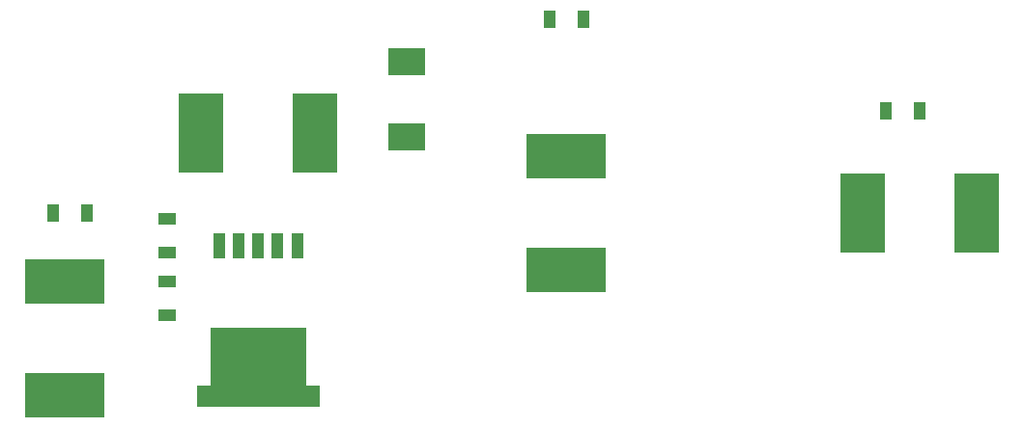
<source format=gbr>
%TF.GenerationSoftware,Altium Limited,Altium Designer,22.4.2 (48)*%
G04 Layer_Color=8421504*
%FSLAX45Y45*%
%MOMM*%
%TF.SameCoordinates,24D30104-F170-4498-80AD-2BAA9A99EF50*%
%TF.FilePolarity,Positive*%
%TF.FileFunction,Paste,Top*%
%TF.Part,Single*%
G01*
G75*
%TA.AperFunction,SMDPad,CuDef*%
%ADD10R,7.00000X4.00000*%
%ADD11R,1.00000X1.60000*%
%ADD12R,1.60000X1.00000*%
%ADD13R,4.00000X7.00000*%
%ADD14C,6.29100*%
%ADD15R,1.07000X2.16000*%
%ADD16R,3.30000X2.40000*%
G36*
X3716500Y1987000D02*
X3840000D01*
Y1796000D01*
X2760000D01*
Y1987000D01*
X2883500D01*
Y2495000D01*
X3716500D01*
Y1987000D01*
D02*
G37*
D10*
X6000000Y3000000D02*
D03*
Y4000000D02*
D03*
X1600000Y2900000D02*
D03*
Y1900000D02*
D03*
D11*
X6150000Y5200000D02*
D03*
X5850000D02*
D03*
X1500000Y3500000D02*
D03*
X1800000D02*
D03*
X8800000Y4400000D02*
D03*
X9100000D02*
D03*
D12*
X2500000Y3450000D02*
D03*
Y3150000D02*
D03*
Y2600000D02*
D03*
Y2900000D02*
D03*
D13*
X3800000Y4200000D02*
D03*
X2800000D02*
D03*
X9600000Y3500000D02*
D03*
X8600000D02*
D03*
D14*
X3300000Y2145500D02*
D03*
D15*
X3640000Y3213000D02*
D03*
X3470000D02*
D03*
X3300000D02*
D03*
X3130000D02*
D03*
X2960000D02*
D03*
D16*
X4600000Y4170000D02*
D03*
Y4830000D02*
D03*
%TF.MD5,4c4884fa8d35d3b3067e124f771e2864*%
M02*

</source>
